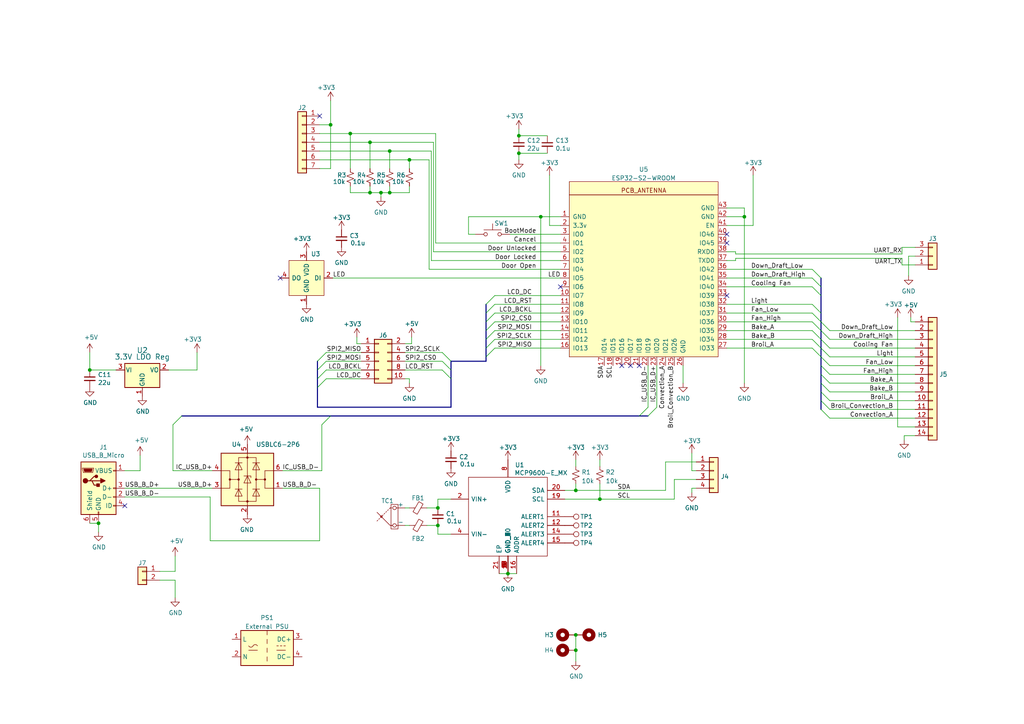
<source format=kicad_sch>
(kicad_sch (version 20211123) (generator eeschema)
  (paper "A4")
  (lib_symbols
    (symbol "Connector:TestPoint" (pin_numbers hide) (pin_names (offset 0.762) hide)
      (property "Reference" "TP" (at 0 6.858 0))
      (property "Value" "TestPoint" (at 0 5.08 0))
      (symbol "TestPoint_1_1"
        (pin passive line (at 0 0 90) (length 2.54) (name "1") (number "1"))
      )
    )
    (symbol "Connector:USB_B_Micro" (pin_names (offset 1.016))
      (property "Reference" "J" (at -5.08 11.43 0))
      (property "Value" "USB_B_Micro" (at -5.08 8.89 0))
      (symbol "USB_B_Micro_1_1"
        (pin power_out line (at 7.62 5.08 180) (length 2.54) (name "VBUS") (number "1"))
        (pin bidirectional line (at 7.62 -2.54 180) (length 2.54) (name "D-") (number "2"))
        (pin bidirectional line (at 7.62 0 180) (length 2.54) (name "D+") (number "3"))
        (pin passive line (at 7.62 -5.08 180) (length 2.54) (name "ID") (number "4"))
        (pin power_out line (at 0 -10.16 90) (length 2.54) (name "GND") (number "5"))
        (pin passive line (at -2.54 -10.16 90) (length 2.54) (name "Shield") (number "6"))
      )
    )
    (symbol "Connector_Generic:Conn_01x02" (pin_names (offset 1.016) hide)
      (property "Reference" "J" (at 0 2.54 0))
      (property "Value" "Conn_01x02" (at 0 -5.08 0))
      (symbol "Conn_01x02_1_1"
        (pin passive line (at -5.08 0 0) (length 3.81) (name "Pin_1") (number "1"))
        (pin passive line (at -5.08 -2.54 0) (length 3.81) (name "Pin_2") (number "2"))
      )
    )
    (symbol "Connector_Generic:Conn_01x03" (pin_names (offset 1.016) hide)
      (property "Reference" "J" (at 0 5.08 0))
      (property "Value" "Conn_01x03" (at 0 -5.08 0))
      (symbol "Conn_01x03_1_1"
        (pin passive line (at -5.08 2.54 0) (length 3.81) (name "Pin_1") (number "1"))
        (pin passive line (at -5.08 0 0) (length 3.81) (name "Pin_2") (number "2"))
        (pin passive line (at -5.08 -2.54 0) (length 3.81) (name "Pin_3") (number "3"))
      )
    )
    (symbol "Connector_Generic:Conn_01x04" (pin_names (offset 1.016) hide)
      (property "Reference" "J" (at 0 5.08 0))
      (property "Value" "Conn_01x04" (at 0 -7.62 0))
      (symbol "Conn_01x04_1_1"
        (pin passive line (at -5.08 2.54 0) (length 3.81) (name "Pin_1") (number "1"))
        (pin passive line (at -5.08 0 0) (length 3.81) (name "Pin_2") (number "2"))
        (pin passive line (at -5.08 -2.54 0) (length 3.81) (name "Pin_3") (number "3"))
        (pin passive line (at -5.08 -5.08 0) (length 3.81) (name "Pin_4") (number "4"))
      )
    )
    (symbol "Connector_Generic:Conn_01x07" (pin_names (offset 1.016) hide)
      (property "Reference" "J" (at 0 10.16 0))
      (property "Value" "Conn_01x07" (at 0 -10.16 0))
      (symbol "Conn_01x07_1_1"
        (pin passive line (at -5.08 7.62 0) (length 3.81) (name "Pin_1") (number "1"))
        (pin passive line (at -5.08 5.08 0) (length 3.81) (name "Pin_2") (number "2"))
        (pin passive line (at -5.08 2.54 0) (length 3.81) (name "Pin_3") (number "3"))
        (pin passive line (at -5.08 0 0) (length 3.81) (name "Pin_4") (number "4"))
        (pin passive line (at -5.08 -2.54 0) (length 3.81) (name "Pin_5") (number "5"))
        (pin passive line (at -5.08 -5.08 0) (length 3.81) (name "Pin_6") (number "6"))
        (pin passive line (at -5.08 -7.62 0) (length 3.81) (name "Pin_7") (number "7"))
      )
    )
    (symbol "Connector_Generic:Conn_01x14" (pin_names (offset 1.016) hide)
      (property "Reference" "J" (at 0 17.78 0))
      (property "Value" "Conn_01x14" (at 0 -20.32 0))
      (symbol "Conn_01x14_1_1"
        (pin passive line (at -5.08 15.24 0) (length 3.81) (name "Pin_1") (number "1"))
        (pin passive line (at -5.08 -7.62 0) (length 3.81) (name "Pin_10") (number "10"))
        (pin passive line (at -5.08 -10.16 0) (length 3.81) (name "Pin_11") (number "11"))
        (pin passive line (at -5.08 -12.7 0) (length 3.81) (name "Pin_12") (number "12"))
        (pin passive line (at -5.08 -15.24 0) (length 3.81) (name "Pin_13") (number "13"))
        (pin passive line (at -5.08 -17.78 0) (length 3.81) (name "Pin_14") (number "14"))
        (pin passive line (at -5.08 12.7 0) (length 3.81) (name "Pin_2") (number "2"))
        (pin passive line (at -5.08 10.16 0) (length 3.81) (name "Pin_3") (number "3"))
        (pin passive line (at -5.08 7.62 0) (length 3.81) (name "Pin_4") (number "4"))
        (pin passive line (at -5.08 5.08 0) (length 3.81) (name "Pin_5") (number "5"))
        (pin passive line (at -5.08 2.54 0) (length 3.81) (name "Pin_6") (number "6"))
        (pin passive line (at -5.08 0 0) (length 3.81) (name "Pin_7") (number "7"))
        (pin passive line (at -5.08 -2.54 0) (length 3.81) (name "Pin_8") (number "8"))
        (pin passive line (at -5.08 -5.08 0) (length 3.81) (name "Pin_9") (number "9"))
      )
    )
    (symbol "Connector_Generic:Conn_02x05_Odd_Even" (pin_names (offset 1.016) hide)
      (property "Reference" "J" (at 1.27 7.62 0))
      (property "Value" "Conn_02x05_Odd_Even" (at 1.27 -7.62 0))
      (symbol "Conn_02x05_Odd_Even_1_1"
        (pin passive line (at -5.08 5.08 0) (length 3.81) (name "Pin_1") (number "1"))
        (pin passive line (at 7.62 -5.08 180) (length 3.81) (name "Pin_10") (number "10"))
        (pin passive line (at 7.62 5.08 180) (length 3.81) (name "Pin_2") (number "2"))
        (pin passive line (at -5.08 2.54 0) (length 3.81) (name "Pin_3") (number "3"))
        (pin passive line (at 7.62 2.54 180) (length 3.81) (name "Pin_4") (number "4"))
        (pin passive line (at -5.08 0 0) (length 3.81) (name "Pin_5") (number "5"))
        (pin passive line (at 7.62 0 180) (length 3.81) (name "Pin_6") (number "6"))
        (pin passive line (at -5.08 -2.54 0) (length 3.81) (name "Pin_7") (number "7"))
        (pin passive line (at 7.62 -2.54 180) (length 3.81) (name "Pin_8") (number "8"))
        (pin passive line (at -5.08 -5.08 0) (length 3.81) (name "Pin_9") (number "9"))
      )
    )
    (symbol "Converter_ACDC:VTX-214-010-124"
      (property "Reference" "PS" (at 0 8.89 0))
      (property "Value" "VTX-214-010-124" (at 0 6.35 0))
      (symbol "VTX-214-010-124_1_1"
        (pin power_in line (at -10.16 2.54 0) (length 2.54) (name "L") (number "1"))
        (pin power_in line (at -10.16 -2.54 0) (length 2.54) (name "N") (number "2"))
        (pin power_out line (at 10.16 2.54 180) (length 2.54) (name "DC+") (number "3"))
        (pin power_out line (at 10.16 -2.54 180) (length 2.54) (name "DC-") (number "4"))
      )
    )
    (symbol "Device:C_Small" (pin_numbers hide) (pin_names (offset 0.254) hide)
      (property "Reference" "C" (at 0.254 1.778 0))
      (property "Value" "C_Small" (at 0.254 -2.032 0))
      (symbol "C_Small_1_1"
        (pin passive line (at 0 2.54 270) (length 2.032) (name "~") (number "1"))
        (pin passive line (at 0 -2.54 90) (length 2.032) (name "~") (number "2"))
      )
    )
    (symbol "Device:FerriteBead_Small" (pin_numbers hide) (pin_names (offset 0))
      (property "Reference" "FB" (at 1.905 1.27 0))
      (property "Value" "FerriteBead_Small" (at 1.905 -1.27 0))
      (symbol "FerriteBead_Small_1_1"
        (pin passive line (at 0 2.54 270) (length 1.27) (name "~") (number "1"))
        (pin passive line (at 0 -2.54 90) (length 1.27) (name "~") (number "2"))
      )
    )
    (symbol "Device:R_Small_US" (pin_numbers hide) (pin_names (offset 0.254) hide)
      (property "Reference" "R" (at 0.762 0.508 0))
      (property "Value" "R_Small_US" (at 0.762 -1.016 0))
      (symbol "R_Small_US_1_1"
        (pin passive line (at 0 2.54 270) (length 1.016) (name "~") (number "1"))
        (pin passive line (at 0 -2.54 90) (length 1.016) (name "~") (number "2"))
      )
    )
    (symbol "Device:Thermocouple_Block" (pin_numbers hide) (pin_names (offset 0))
      (property "Reference" "TC" (at -3.048 3.81 0))
      (property "Value" "Thermocouple_Block" (at -5.08 -4.064 0))
      (symbol "Thermocouple_Block_1_1"
        (pin passive line (at 5.08 2.54 180) (length 2.54) (name "+") (number "1"))
        (pin passive line (at 5.08 -2.54 180) (length 2.54) (name "-") (number "2"))
      )
    )
    (symbol "ESP32-S2-WROOM:ESP32-S2-WROOM" (pin_names (offset 1.016))
      (property "Reference" "U" (at 0 0 0))
      (property "Value" "ESP32-S2-WROOM" (at 0 27.94 0))
      (symbol "ESP32-S2-WROOM_0_0"
        (text "PCB_ANTENNA" (at -1.27 24.13 0) (effects (font (size 1.27 1.27))))
      )
      (symbol "ESP32-S2-WROOM_1_1"
        (pin power_in line (at -25.4 16.51 0) (length 2.4892) (name "GND") (number "1"))
        (pin bidirectional line (at -25.4 -6.35 0) (length 2.4892) (name "IO7") (number "10"))
        (pin bidirectional line (at -25.4 -8.89 0) (length 2.4892) (name "IO8") (number "11"))
        (pin bidirectional line (at -25.4 -11.43 0) (length 2.4892) (name "IO9") (number "12"))
        (pin bidirectional line (at -25.4 -13.97 0) (length 2.4892) (name "IO10") (number "13"))
        (pin bidirectional line (at -25.4 -16.51 0) (length 2.4892) (name "IO11") (number "14"))
        (pin bidirectional line (at -25.4 -19.05 0) (length 2.4892) (name "IO12") (number "15"))
        (pin bidirectional line (at -25.4 -21.59 0) (length 2.4892) (name "IO13") (number "16"))
        (pin bidirectional line (at -12.7 -26.67 90) (length 2.4892) (name "IO14") (number "17"))
        (pin bidirectional line (at -10.16 -26.67 90) (length 2.4892) (name "IO15") (number "18"))
        (pin bidirectional line (at -7.62 -26.67 90) (length 2.4892) (name "IO16") (number "19"))
        (pin power_in line (at -25.4 13.97 0) (length 2.4892) (name "3.3v") (number "2"))
        (pin bidirectional line (at -5.08 -26.67 90) (length 2.4892) (name "IO17") (number "20"))
        (pin bidirectional line (at -2.54 -26.67 90) (length 2.4892) (name "IO18") (number "21"))
        (pin bidirectional line (at 0 -26.67 90) (length 2.4892) (name "IO19") (number "22"))
        (pin bidirectional line (at 2.54 -26.67 90) (length 2.4892) (name "IO20") (number "23"))
        (pin bidirectional line (at 5.08 -26.67 90) (length 2.4892) (name "IO21") (number "24"))
        (pin bidirectional line (at 7.62 -26.67 90) (length 2.4892) (name "IO26") (number "25"))
        (pin power_in line (at 10.16 -26.67 90) (length 2.4892) (name "GND") (number "26"))
        (pin bidirectional line (at 22.86 -21.59 180) (length 2.4892) (name "IO33") (number "27"))
        (pin bidirectional line (at 22.86 -19.05 180) (length 2.4892) (name "IO34") (number "28"))
        (pin bidirectional line (at 22.86 -16.51 180) (length 2.4892) (name "IO35") (number "29"))
        (pin bidirectional line (at -25.4 11.43 0) (length 2.4892) (name "IO0") (number "3"))
        (pin bidirectional line (at 22.86 -13.97 180) (length 2.4892) (name "IO36") (number "30"))
        (pin bidirectional line (at 22.86 -11.43 180) (length 2.4892) (name "IO37") (number "31"))
        (pin bidirectional line (at 22.86 -8.89 180) (length 2.4892) (name "IO38") (number "32"))
        (pin bidirectional line (at 22.86 -6.35 180) (length 2.4892) (name "IO39") (number "33"))
        (pin bidirectional line (at 22.86 -3.81 180) (length 2.4892) (name "IO40") (number "34"))
        (pin bidirectional line (at 22.86 -1.27 180) (length 2.4892) (name "IO41") (number "35"))
        (pin bidirectional line (at 22.86 1.27 180) (length 2.4892) (name "IO42") (number "36"))
        (pin bidirectional line (at 22.86 3.81 180) (length 2.4892) (name "TXD0") (number "37"))
        (pin bidirectional line (at 22.86 6.35 180) (length 2.4892) (name "RXD0") (number "38"))
        (pin bidirectional line (at 22.86 8.89 180) (length 2.4892) (name "IO45") (number "39"))
        (pin bidirectional line (at -25.4 8.89 0) (length 2.4892) (name "IO1") (number "4"))
        (pin bidirectional line (at 22.86 11.43 180) (length 2.4892) (name "IO46") (number "40"))
        (pin bidirectional line (at 22.86 13.97 180) (length 2.4892) (name "EN") (number "41"))
        (pin power_in line (at 22.86 16.51 180) (length 2.4892) (name "GND") (number "42"))
        (pin power_in line (at 22.86 19.05 180) (length 2.4892) (name "GND") (number "43"))
        (pin bidirectional line (at -25.4 6.35 0) (length 2.4892) (name "IO2") (number "5"))
        (pin bidirectional line (at -25.4 3.81 0) (length 2.4892) (name "IO3") (number "6"))
        (pin bidirectional line (at -25.4 1.27 0) (length 2.4892) (name "IO4") (number "7"))
        (pin bidirectional line (at -25.4 -1.27 0) (length 2.4892) (name "IO5") (number "8"))
        (pin bidirectional line (at -25.4 -3.81 0) (length 2.4892) (name "IO6") (number "9"))
      )
    )
    (symbol "IN-PI33TBTPRPGPB:IN-PI33TBTPRPGPB" (pin_names (offset 0.762))
      (property "Reference" "LED" (at 5.08 7.62 0))
      (property "Value" "IN-PI33TBTPRPGPB" (at 5.08 5.08 0))
      (symbol "IN-PI33TBTPRPGPB_0_0"
        (pin passive line (at 0 -12.7 90) (length 2.54) (name "GND") (number "1"))
        (pin passive line (at 7.62 -5.08 180) (length 2.54) (name "DI") (number "2"))
        (pin passive line (at 0 2.54 270) (length 2.54) (name "VDD") (number "3"))
        (pin passive line (at -7.62 -5.08 0) (length 2.54) (name "DO") (number "4"))
      )
    )
    (symbol "MCP9600-E_MX:MCP9600-E_MX" (pin_names (offset 0.762))
      (property "Reference" "U" (at 1.27 -2.54 0))
      (property "Value" "MCP9600-E_MX" (at 12.7 1.27 0))
      (symbol "MCP9600-E_MX_0_0"
        (pin passive line (at 11.43 -27.94 90) (length 5.08) (name "GND_1") (number "1"))
        (pin passive line (at 11.43 -27.94 90) (length 5.08) (name "GND_7") (number "10"))
        (pin passive line (at 27.94 -11.43 180) (length 5.08) (name "ALERT1") (number "11"))
        (pin passive line (at 27.94 -13.97 180) (length 5.08) (name "ALERT2") (number "12"))
        (pin passive line (at 11.43 -27.94 90) (length 5.08) (name "GND_8") (number "13"))
        (pin passive line (at 27.94 -16.51 180) (length 5.08) (name "ALERT3") (number "14"))
        (pin passive line (at 27.94 -19.05 180) (length 5.08) (name "ALERT4") (number "15"))
        (pin passive line (at 13.97 -27.94 90) (length 5.08) (name "ADDR") (number "16"))
        (pin passive line (at 11.43 -27.94 90) (length 5.08) (name "GND_9") (number "17"))
        (pin passive line (at 11.43 -27.94 90) (length 5.08) (name "GND_10") (number "18"))
        (pin passive line (at 27.94 -6.35 180) (length 5.08) (name "SCL") (number "19"))
        (pin passive line (at -5.08 -6.35 0) (length 5.08) (name "VIN+") (number "2"))
        (pin passive line (at 27.94 -3.81 180) (length 5.08) (name "SDA") (number "20"))
        (pin passive line (at 8.89 -27.94 90) (length 5.08) (name "EP") (number "21"))
        (pin passive line (at 11.43 -27.94 90) (length 5.08) (name "GND_2") (number "3"))
        (pin passive line (at -5.08 -16.51 0) (length 5.08) (name "VIN-") (number "4"))
        (pin passive line (at 11.43 -27.94 90) (length 5.08) (name "GND_3") (number "5"))
        (pin passive line (at 11.43 -27.94 90) (length 5.08) (name "GND_4") (number "6"))
        (pin passive line (at 11.43 -27.94 90) (length 5.08) (name "GND_5") (number "7"))
        (pin passive line (at 11.43 5.08 270) (length 5.08) (name "VDD") (number "8"))
        (pin passive line (at 11.43 -27.94 90) (length 5.08) (name "GND_6") (number "9"))
      )
    )
    (symbol "Mechanical:MountingHole_Pad" (pin_numbers hide) (pin_names (offset 1.016) hide)
      (property "Reference" "H" (at 0 6.35 0))
      (property "Value" "MountingHole_Pad" (at 0 4.445 0))
      (symbol "MountingHole_Pad_1_1"
        (pin input line (at 0 -2.54 90) (length 2.54) (name "1") (number "1"))
      )
    )
    (symbol "Power_Protection:USBLC6-2P6" (pin_names hide)
      (property "Reference" "U" (at 2.54 8.89 0))
      (property "Value" "USBLC6-2P6" (at 2.54 -8.89 0))
      (symbol "USBLC6-2P6_1_1"
        (pin passive line (at -10.16 -2.54 0) (length 2.54) (name "I/O1") (number "1"))
        (pin passive line (at 0 -10.16 90) (length 2.54) (name "GND") (number "2"))
        (pin passive line (at 10.16 -2.54 180) (length 2.54) (name "I/O2") (number "3"))
        (pin passive line (at 10.16 2.54 180) (length 2.54) (name "I/O2") (number "4"))
        (pin passive line (at 0 10.16 270) (length 2.54) (name "VBUS") (number "5"))
        (pin passive line (at -10.16 2.54 0) (length 2.54) (name "I/O1") (number "6"))
      )
    )
    (symbol "Regulator_Linear:LM1117-3.3" (pin_names (offset 0.254))
      (property "Reference" "U" (at -3.81 3.175 0))
      (property "Value" "LM1117-3.3" (at 0 3.175 0))
      (symbol "LM1117-3.3_1_1"
        (pin power_in line (at 0 -7.62 90) (length 2.54) (name "GND") (number "1"))
        (pin power_out line (at 7.62 0 180) (length 2.54) (name "VO") (number "2"))
        (pin power_in line (at -7.62 0 0) (length 2.54) (name "VI") (number "3"))
      )
    )
    (symbol "Switch:SW_Push" (pin_numbers hide) (pin_names (offset 1.016) hide)
      (property "Reference" "SW" (at 1.27 2.54 0))
      (property "Value" "SW_Push" (at 0 -1.524 0))
      (symbol "SW_Push_0_1"
        (pin passive line (at -5.08 0 0) (length 2.54) (name "1") (number "1"))
        (pin passive line (at 5.08 0 180) (length 2.54) (name "2") (number "2"))
      )
    )
    (symbol "power:+3V3" (power) (pin_names (offset 0))
      (property "Value" "+3V3" (at 0 3.556 0))
      (symbol "+3V3_1_1"
        (pin power_in line (at 0 0 90) (length 0) hide (name "+3V3") (number "1"))
      )
    )
    (symbol "power:+5V" (power) (pin_names (offset 0))
      (property "Value" "+5V" (at 0 3.556 0))
      (symbol "+5V_1_1"
        (pin power_in line (at 0 0 90) (length 0) hide (name "+5V") (number "1"))
      )
    )
    (symbol "power:GND" (power) (pin_names (offset 0))
      (property "Value" "GND" (at 0 -3.81 0))
      (symbol "GND_1_1"
        (pin power_in line (at 0 0 270) (length 0) hide (name "GND") (number "1"))
      )
    )
  )
  (junction (at 118.745 46.355))
  (junction (at 167.005 184.15))
  (junction (at 28.575 151.765))
  (junction (at 167.005 188.595))
  (junction (at 101.6 38.735))
  (junction (at 127 147.32))
  (junction (at 113.03 43.815))
  (junction (at 150.495 44.45))
  (junction (at 215.9 62.865))
  (junction (at 167.005 142.24))
  (junction (at 95.885 36.195))
  (junction (at 127 152.4))
  (junction (at 156.845 62.865))
  (junction (at 110.49 55.88))
  (junction (at 26.035 107.315))
  (junction (at 107.315 55.88))
  (junction (at 173.99 144.78))
  (junction (at 150.495 39.37))
  (junction (at 107.315 41.275))
  (junction (at 113.03 55.88))
  (junction (at 147.32 166.37))
  (no_connect (at 182.88 106.045))
  (no_connect (at 162.56 83.185))
  (no_connect (at 185.42 106.045))
  (no_connect (at 92.71 33.655))
  (no_connect (at 36.195 146.685))
  (no_connect (at 210.82 85.725))
  (no_connect (at 180.34 106.045))
  (no_connect (at 210.82 67.945))
  (no_connect (at 81.28 80.645))
  (no_connect (at 210.82 70.485))
  (bus_entry (at 235.585 80.645) (size 2.54 2.54))
  (bus_entry (at 140.97 98.425) (size 2.54 -2.54))
  (bus_entry (at 235.585 90.805) (size 2.54 2.54))
  (bus_entry (at 140.97 88.265) (size 2.54 -2.54))
  (bus_entry (at 238.125 108.585) (size 2.54 2.54))
  (bus_entry (at 140.97 100.965) (size 2.54 -2.54))
  (bus_entry (at 140.97 93.345) (size 2.54 -2.54))
  (bus_entry (at 238.125 106.045) (size 2.54 2.54))
  (bus_entry (at 238.125 93.345) (size 2.54 2.54))
  (bus_entry (at 92.075 104.775) (size 2.54 -2.54))
  (bus_entry (at 238.125 116.205) (size 2.54 2.54))
  (bus_entry (at 235.585 88.265) (size 2.54 2.54))
  (bus_entry (at 187.96 118.11) (size -2.54 2.54))
  (bus_entry (at 130.81 104.775) (size -2.54 -2.54))
  (bus_entry (at 235.585 78.105) (size 2.54 2.54))
  (bus_entry (at 238.125 100.965) (size 2.54 2.54))
  (bus_entry (at 95.885 120.65) (size -2.54 2.54))
  (bus_entry (at 140.97 90.805) (size 2.54 -2.54))
  (bus_entry (at 238.125 103.505) (size 2.54 2.54))
  (bus_entry (at 238.125 95.885) (size 2.54 2.54))
  (bus_entry (at 235.585 95.885) (size 2.54 2.54))
  (bus_entry (at 235.585 100.965) (size 2.54 2.54))
  (bus_entry (at 235.585 83.185) (size 2.54 2.54))
  (bus_entry (at 238.125 111.125) (size 2.54 2.54))
  (bus_entry (at 130.81 107.315) (size -2.54 -2.54))
  (bus_entry (at 92.075 109.855) (size 2.54 -2.54))
  (bus_entry (at 238.125 118.745) (size 2.54 2.54))
  (bus_entry (at 140.97 103.505) (size 2.54 -2.54))
  (bus_entry (at 130.81 109.855) (size -2.54 -2.54))
  (bus_entry (at 235.585 93.345) (size 2.54 2.54))
  (bus_entry (at 92.075 107.315) (size 2.54 -2.54))
  (bus_entry (at 238.125 113.665) (size 2.54 2.54))
  (bus_entry (at 238.125 98.425) (size 2.54 2.54))
  (bus_entry (at 190.5 118.11) (size -2.54 2.54))
  (bus_entry (at 52.705 120.65) (size -2.54 2.54))
  (bus_entry (at 235.585 98.425) (size 2.54 2.54))
  (bus_entry (at 92.075 112.395) (size 2.54 -2.54))
  (bus_entry (at 140.97 95.885) (size 2.54 -2.54))
  (wire (pts (xy 264.16 92.075) (xy 264.16 93.345)))
  (wire (pts (xy 213.36 74.93) (xy 213.36 75.565)))
  (wire (pts (xy 163.83 144.78) (xy 173.99 144.78)))
  (wire (pts (xy 200.66 142.875) (xy 200.66 141.605)))
  (bus (pts (xy 238.125 116.205) (xy 238.125 118.745)))
  (wire (pts (xy 124.46 78.105) (xy 124.46 46.355)))
  (wire (pts (xy 127 154.94) (xy 127 152.4)))
  (wire (pts (xy 156.845 62.865) (xy 162.56 62.865)))
  (wire (pts (xy 130.81 154.94) (xy 127 154.94)))
  (wire (pts (xy 143.51 93.345) (xy 162.56 93.345)))
  (bus (pts (xy 92.075 109.855) (xy 92.075 112.395)))
  (wire (pts (xy 265.43 111.125) (xy 240.665 111.125)))
  (wire (pts (xy 193.04 133.985) (xy 193.04 142.24)))
  (bus (pts (xy 140.97 98.425) (xy 140.97 100.965)))
  (wire (pts (xy 263.525 74.295) (xy 265.43 74.295)))
  (wire (pts (xy 117.475 152.4) (xy 118.745 152.4)))
  (wire (pts (xy 143.51 85.725) (xy 162.56 85.725)))
  (wire (pts (xy 92.71 36.195) (xy 95.885 36.195)))
  (wire (pts (xy 92.71 141.605) (xy 81.915 141.605)))
  (wire (pts (xy 110.49 57.15) (xy 110.49 55.88)))
  (wire (pts (xy 61.595 136.525) (xy 50.165 136.525)))
  (wire (pts (xy 193.04 133.985) (xy 201.93 133.985)))
  (wire (pts (xy 124.46 78.105) (xy 162.56 78.105)))
  (wire (pts (xy 162.56 65.405) (xy 159.385 65.405)))
  (wire (pts (xy 50.8 165.735) (xy 46.355 165.735)))
  (bus (pts (xy 238.125 95.885) (xy 238.125 98.425)))
  (wire (pts (xy 118.745 46.355) (xy 124.46 46.355)))
  (wire (pts (xy 60.96 156.845) (xy 92.71 156.845)))
  (wire (pts (xy 260.35 123.825) (xy 260.35 92.075)))
  (wire (pts (xy 147.32 166.37) (xy 149.86 166.37)))
  (bus (pts (xy 140.97 93.345) (xy 140.97 95.885)))
  (wire (pts (xy 110.49 55.88) (xy 107.315 55.88)))
  (wire (pts (xy 195.58 139.065) (xy 195.58 144.78)))
  (wire (pts (xy 210.82 88.265) (xy 235.585 88.265)))
  (wire (pts (xy 150.495 44.45) (xy 150.495 46.355)))
  (bus (pts (xy 140.97 100.965) (xy 140.97 103.505)))
  (wire (pts (xy 117.475 104.775) (xy 128.27 104.775)))
  (wire (pts (xy 107.315 41.275) (xy 107.315 48.895)))
  (wire (pts (xy 210.82 62.865) (xy 215.9 62.865)))
  (wire (pts (xy 210.82 83.185) (xy 235.585 83.185)))
  (wire (pts (xy 265.43 98.425) (xy 240.665 98.425)))
  (wire (pts (xy 125.095 75.565) (xy 125.095 43.815)))
  (wire (pts (xy 92.71 156.845) (xy 92.71 141.605)))
  (wire (pts (xy 210.82 65.405) (xy 218.44 65.405)))
  (wire (pts (xy 200.66 141.605) (xy 201.93 141.605)))
  (bus (pts (xy 238.125 111.125) (xy 238.125 113.665)))
  (wire (pts (xy 130.81 144.78) (xy 127 144.78)))
  (wire (pts (xy 26.035 151.765) (xy 28.575 151.765)))
  (wire (pts (xy 210.82 90.805) (xy 235.585 90.805)))
  (wire (pts (xy 101.6 55.88) (xy 101.6 53.975)))
  (bus (pts (xy 238.125 108.585) (xy 238.125 111.125)))
  (wire (pts (xy 94.615 104.775) (xy 104.775 104.775)))
  (bus (pts (xy 238.125 98.425) (xy 238.125 100.965)))
  (bus (pts (xy 140.97 90.805) (xy 140.97 93.345)))
  (wire (pts (xy 213.36 73.66) (xy 261.62 73.66)))
  (wire (pts (xy 143.51 98.425) (xy 162.56 98.425)))
  (wire (pts (xy 150.495 39.37) (xy 158.75 39.37)))
  (wire (pts (xy 36.195 144.145) (xy 60.96 144.145)))
  (wire (pts (xy 113.03 43.815) (xy 92.71 43.815)))
  (wire (pts (xy 96.52 80.645) (xy 162.56 80.645)))
  (wire (pts (xy 125.095 43.815) (xy 113.03 43.815)))
  (bus (pts (xy 238.125 90.805) (xy 238.125 93.345)))
  (wire (pts (xy 265.43 95.885) (xy 240.665 95.885)))
  (wire (pts (xy 210.82 60.325) (xy 215.9 60.325)))
  (wire (pts (xy 150.495 37.465) (xy 150.495 39.37)))
  (wire (pts (xy 50.8 161.29) (xy 50.8 165.735)))
  (bus (pts (xy 92.075 118.11) (xy 130.81 118.11)))
  (wire (pts (xy 117.475 147.32) (xy 118.745 147.32)))
  (wire (pts (xy 265.43 106.045) (xy 240.665 106.045)))
  (wire (pts (xy 263.525 80.01) (xy 263.525 74.295)))
  (bus (pts (xy 238.125 100.965) (xy 238.125 103.505)))
  (bus (pts (xy 238.125 83.185) (xy 238.125 85.725)))
  (wire (pts (xy 173.99 140.335) (xy 173.99 144.78)))
  (wire (pts (xy 143.51 90.805) (xy 162.56 90.805)))
  (wire (pts (xy 40.64 136.525) (xy 36.195 136.525)))
  (wire (pts (xy 118.745 46.355) (xy 118.745 48.895)))
  (bus (pts (xy 140.97 95.885) (xy 140.97 98.425)))
  (wire (pts (xy 163.83 142.24) (xy 167.005 142.24)))
  (wire (pts (xy 118.745 111.125) (xy 118.745 109.855)))
  (bus (pts (xy 238.125 113.665) (xy 238.125 116.205)))
  (wire (pts (xy 113.03 55.88) (xy 118.745 55.88)))
  (wire (pts (xy 118.745 55.88) (xy 118.745 53.975)))
  (wire (pts (xy 167.005 140.335) (xy 167.005 142.24)))
  (wire (pts (xy 265.43 121.285) (xy 240.665 121.285)))
  (wire (pts (xy 126.365 38.735) (xy 101.6 38.735)))
  (wire (pts (xy 210.82 93.345) (xy 235.585 93.345)))
  (wire (pts (xy 119.38 99.695) (xy 117.475 99.695)))
  (wire (pts (xy 135.89 67.945) (xy 135.89 62.865)))
  (wire (pts (xy 200.66 136.525) (xy 200.66 131.445)))
  (wire (pts (xy 95.885 48.895) (xy 92.71 48.895)))
  (wire (pts (xy 118.745 109.855) (xy 117.475 109.855)))
  (wire (pts (xy 93.345 136.525) (xy 93.345 123.19)))
  (wire (pts (xy 213.36 75.565) (xy 210.82 75.565)))
  (wire (pts (xy 94.615 107.315) (xy 104.775 107.315)))
  (wire (pts (xy 101.6 55.88) (xy 107.315 55.88)))
  (bus (pts (xy 238.125 93.345) (xy 238.125 95.885)))
  (wire (pts (xy 110.49 55.88) (xy 113.03 55.88)))
  (wire (pts (xy 94.615 102.235) (xy 104.775 102.235)))
  (wire (pts (xy 167.005 142.24) (xy 193.04 142.24)))
  (wire (pts (xy 240.665 100.965) (xy 265.43 100.965)))
  (wire (pts (xy 167.005 184.15) (xy 167.005 188.595)))
  (wire (pts (xy 265.43 103.505) (xy 240.665 103.505)))
  (wire (pts (xy 119.38 97.79) (xy 119.38 99.695)))
  (wire (pts (xy 50.8 168.275) (xy 50.8 173.355)))
  (wire (pts (xy 261.62 76.835) (xy 261.62 74.93)))
  (wire (pts (xy 126.365 70.485) (xy 162.56 70.485)))
  (wire (pts (xy 144.78 166.37) (xy 147.32 166.37)))
  (wire (pts (xy 95.885 36.195) (xy 95.885 48.895)))
  (wire (pts (xy 123.825 147.32) (xy 127 147.32)))
  (wire (pts (xy 210.82 95.885) (xy 235.585 95.885)))
  (wire (pts (xy 143.51 88.265) (xy 162.56 88.265)))
  (wire (pts (xy 262.255 127.635) (xy 262.255 126.365)))
  (wire (pts (xy 126.365 70.485) (xy 126.365 38.735)))
  (wire (pts (xy 48.895 107.315) (xy 57.15 107.315)))
  (wire (pts (xy 103.505 99.695) (xy 103.505 97.79)))
  (bus (pts (xy 92.075 104.775) (xy 92.075 107.315)))
  (wire (pts (xy 265.43 118.745) (xy 240.665 118.745)))
  (bus (pts (xy 52.705 120.65) (xy 95.885 120.65)))
  (wire (pts (xy 95.885 29.21) (xy 95.885 36.195)))
  (wire (pts (xy 159.385 50.8) (xy 159.385 65.405)))
  (wire (pts (xy 265.43 123.825) (xy 260.35 123.825)))
  (bus (pts (xy 238.125 80.645) (xy 238.125 83.185)))
  (bus (pts (xy 92.075 112.395) (xy 92.075 118.11)))
  (bus (pts (xy 238.125 103.505) (xy 238.125 106.045)))
  (wire (pts (xy 107.315 55.88) (xy 107.315 53.975)))
  (wire (pts (xy 173.99 144.78) (xy 195.58 144.78)))
  (wire (pts (xy 117.475 102.235) (xy 128.27 102.235)))
  (wire (pts (xy 104.775 99.695) (xy 103.505 99.695)))
  (wire (pts (xy 215.9 60.325) (xy 215.9 62.865)))
  (wire (pts (xy 156.845 62.865) (xy 156.845 106.045)))
  (wire (pts (xy 201.93 136.525) (xy 200.66 136.525)))
  (wire (pts (xy 190.5 106.045) (xy 190.5 118.11)))
  (wire (pts (xy 143.51 100.965) (xy 162.56 100.965)))
  (wire (pts (xy 94.615 109.855) (xy 104.775 109.855)))
  (wire (pts (xy 127 144.78) (xy 127 147.32)))
  (bus (pts (xy 140.97 103.505) (xy 140.97 104.775)))
  (wire (pts (xy 147.955 67.945) (xy 162.56 67.945)))
  (wire (pts (xy 210.82 80.645) (xy 235.585 80.645)))
  (wire (pts (xy 113.03 43.815) (xy 113.03 48.895)))
  (wire (pts (xy 135.89 62.865) (xy 156.845 62.865)))
  (wire (pts (xy 113.03 55.88) (xy 113.03 53.975)))
  (bus (pts (xy 92.075 107.315) (xy 92.075 109.855)))
  (wire (pts (xy 265.43 76.835) (xy 261.62 76.835)))
  (bus (pts (xy 130.81 104.775) (xy 140.97 104.775)))
  (wire (pts (xy 262.255 126.365) (xy 265.43 126.365)))
  (wire (pts (xy 173.99 133.35) (xy 173.99 135.255)))
  (bus (pts (xy 187.96 120.65) (xy 185.42 120.65)))
  (bus (pts (xy 130.81 104.775) (xy 130.81 107.315)))
  (wire (pts (xy 125.73 73.025) (xy 125.73 41.275)))
  (wire (pts (xy 92.71 46.355) (xy 118.745 46.355)))
  (wire (pts (xy 28.575 151.765) (xy 28.575 154.305)))
  (wire (pts (xy 265.43 71.755) (xy 261.62 71.755)))
  (wire (pts (xy 101.6 38.735) (xy 101.6 48.895)))
  (wire (pts (xy 143.51 95.885) (xy 162.56 95.885)))
  (bus (pts (xy 130.81 107.315) (xy 130.81 109.855)))
  (wire (pts (xy 218.44 50.8) (xy 218.44 65.405)))
  (wire (pts (xy 57.15 102.235) (xy 57.15 107.315)))
  (wire (pts (xy 107.315 41.275) (xy 92.71 41.275)))
  (wire (pts (xy 210.82 100.965) (xy 235.585 100.965)))
  (wire (pts (xy 36.195 141.605) (xy 61.595 141.605)))
  (wire (pts (xy 125.73 41.275) (xy 107.315 41.275)))
  (wire (pts (xy 264.16 93.345) (xy 265.43 93.345)))
  (wire (pts (xy 125.73 73.025) (xy 162.56 73.025)))
  (wire (pts (xy 167.005 133.35) (xy 167.005 135.255)))
  (wire (pts (xy 125.095 75.565) (xy 162.56 75.565)))
  (wire (pts (xy 210.82 73.025) (xy 213.36 73.025)))
  (wire (pts (xy 210.82 78.105) (xy 235.585 78.105)))
  (wire (pts (xy 60.96 144.145) (xy 60.96 156.845)))
  (wire (pts (xy 26.035 107.315) (xy 26.035 102.235)))
  (wire (pts (xy 117.475 107.315) (xy 128.27 107.315)))
  (wire (pts (xy 210.82 98.425) (xy 235.585 98.425)))
  (wire (pts (xy 195.58 139.065) (xy 201.93 139.065)))
  (bus (pts (xy 238.125 106.045) (xy 238.125 108.585)))
  (wire (pts (xy 265.43 116.205) (xy 240.665 116.205)))
  (wire (pts (xy 167.005 188.595) (xy 167.005 191.77)))
  (wire (pts (xy 46.355 168.275) (xy 50.8 168.275)))
  (wire (pts (xy 215.9 62.865) (xy 215.9 111.125)))
  (wire (pts (xy 265.43 108.585) (xy 240.665 108.585)))
  (wire (pts (xy 40.64 132.08) (xy 40.64 136.525)))
  (wire (pts (xy 198.12 106.045) (xy 198.12 111.125)))
  (wire (pts (xy 135.89 67.945) (xy 137.795 67.945)))
  (wire (pts (xy 50.165 136.525) (xy 50.165 123.19)))
  (bus (pts (xy 130.81 109.855) (xy 130.81 118.11)))
  (wire (pts (xy 81.915 136.525) (xy 93.345 136.525)))
  (bus (pts (xy 238.125 85.725) (xy 238.125 90.805)))
  (bus (pts (xy 95.885 120.65) (xy 185.42 120.65)))
  (wire (pts (xy 213.36 73.025) (xy 213.36 73.66)))
  (wire (pts (xy 187.96 106.045) (xy 187.96 118.11)))
  (wire (pts (xy 101.6 38.735) (xy 92.71 38.735)))
  (wire (pts (xy 261.62 71.755) (xy 261.62 73.66)))
  (wire (pts (xy 158.75 44.45) (xy 150.495 44.45)))
  (bus (pts (xy 140.97 88.265) (xy 140.97 90.805)))
  (wire (pts (xy 213.36 74.93) (xy 261.62 74.93)))
  (wire (pts (xy 123.825 152.4) (xy 127 152.4)))
  (wire (pts (xy 33.655 107.315) (xy 26.035 107.315)))
  (wire (pts (xy 265.43 113.665) (xy 240.665 113.665)))
  (label "Convection_A" (at 259.08 121.285 180))
  (label "SPI2_CS0" (at 154.305 93.345 180))
  (label "USB_B_D-" (at 81.915 141.605 0))
  (label "SPI2_MISO" (at 104.775 102.235 180))
  (label "Door Locked" (at 155.575 75.565 180))
  (label "SPI2_MOSI" (at 104.775 104.775 180))
  (label "LCD_DC" (at 104.775 109.855 180))
  (label "UART_TX" (at 261.62 76.835 180))
  (label "LCD_RST" (at 154.305 88.265 180))
  (label "LED" (at 162.56 80.645 180))
  (label "LCD_RST" (at 117.475 107.315 0))
  (label "USB_B_D-" (at 36.195 144.145 0))
  (label "SPI2_MISO" (at 154.305 100.965 180))
  (label "Door Open" (at 155.575 78.105 180))
  (label "Cancel" (at 155.575 70.485 180))
  (label "Down_Draft_High" (at 217.805 80.645 0))
  (label "IC_USB_D+" (at 190.5 106.045 270))
  (label "Broil_A" (at 217.805 100.965 0))
  (label "Broil_A" (at 259.08 116.205 180))
  (label "Light" (at 259.08 103.505 180))
  (label "Fan_Low" (at 259.08 106.045 180))
  (label "LCD_BCKL" (at 104.775 107.315 180))
  (label "SPI2_SCLK" (at 154.305 98.425 180))
  (label "Bake_A" (at 259.08 111.125 180))
  (label "Cooling Fan" (at 217.805 83.185 0))
  (label "SPI2_CS0" (at 117.475 104.775 0))
  (label "Down_Draft_High" (at 259.08 98.425 180))
  (label "USB_B_D+" (at 36.195 141.605 0))
  (label "IC_USB_D+" (at 61.595 136.525 180))
  (label "Bake_A" (at 217.805 95.885 0))
  (label "SPI2_SCLK" (at 117.475 102.235 0))
  (label "LCD_DC" (at 154.305 85.725 180))
  (label "LED" (at 96.52 80.645 0))
  (label "SDA" (at 175.26 106.045 270))
  (label "IC_USB_D-" (at 81.915 136.525 0))
  (label "SCL" (at 179.07 144.78 0))
  (label "Convection_A" (at 193.04 106.045 270))
  (label "Bake_B" (at 217.805 98.425 0))
  (label "Broil_Convection_B" (at 195.58 106.045 270))
  (label "Light" (at 217.805 88.265 0))
  (label "Down_Draft_Low" (at 259.08 95.885 180))
  (label "Broil_Convection_B" (at 259.08 118.745 180))
  (label "Bake_B" (at 259.08 113.665 180))
  (label "IC_USB_D-" (at 187.96 106.045 270))
  (label "Down_Draft_Low" (at 217.805 78.105 0))
  (label "BootMode" (at 155.575 67.945 180))
  (label "Fan_High" (at 217.805 93.345 0))
  (label "Cooling Fan" (at 259.08 100.965 180))
  (label "SCL" (at 177.8 106.045 270))
  (label "SDA" (at 179.07 142.24 0))
  (label "SPI2_MOSI" (at 154.305 95.885 180))
  (label "Fan_High" (at 259.08 108.585 180))
  (label "LCD_BCKL" (at 154.305 90.805 180))
  (label "UART_RX" (at 261.62 73.66 180))
  (label "USB_B_D+" (at 61.595 141.605 180))
  (label "Fan_Low" (at 217.805 90.805 0))
  (label "Door Unlocked" (at 155.575 73.025 180))
  (symbol (lib_id "power:GND") (at 263.525 80.01 0) (unit 1)
    (property "Reference" "#PWR022" (effects hide))
    (property "Value" "GND" (at 263.525 84.4534 0))
  )
  (symbol (lib_id "power:GND") (at 99.06 71.755 0) (unit 1)
    (property "Reference" "#PWR011" (effects hide))
    (property "Value" "GND" (at 99.06 76.1984 0))
  )
  (symbol (lib_id "Device:R_Small_US") (at 118.745 51.435 0) (unit 1)
    (property "Reference" "R6" (at 114.935 50.8 0) (effects (justify left)))
    (property "Value" "10k" (at 113.665 52.705 0) (effects (justify left)))
    (property "Footprint" "Resistor_SMD:R_0603_1608Metric" (effects hide))
  )
  (symbol (lib_id "Switch:SW_Push") (at 142.875 67.945 0) (unit 1)
    (property "Reference" "SW1" (at 145.415 64.77 0))
    (property "Value" "SW_Push" (effects hide))
    (property "Footprint" "Button_Switch_THT:SW_PUSH_6mm_H4.3mm" (effects hide))
  )
  (symbol (lib_id "Connector_Generic:Conn_01x03") (at 270.51 74.295 0) (mirror x) (unit 1)
    (property "Reference" "J3" (at 270.51 69.215 0))
    (property "Value" "Conn_01x03" (effects hide))
    (property "Footprint" "Connector_PinHeader_2.54mm:PinHeader_1x03_P2.54mm_Vertical" (effects hide))
    (property "Notes" "DNP" (effects hide))
  )
  (symbol (lib_id "power:GND") (at 26.035 112.395 0) (unit 1)
    (property "Reference" "#PWR044" (effects hide))
    (property "Value" "GND" (at 26.162 116.7892 0))
  )
  (symbol (lib_id "Connector:USB_B_Micro") (at 28.575 141.605 0) (unit 1)
    (property "Reference" "J1" (at 30.0228 129.7432 0))
    (property "Value" "USB_B_Micro" (at 30.0228 132.0546 0))
    (property "Footprint" "Connector_USB:USB_Micro-B_Wuerth_629105150521" (effects hide))
    (property "Datasheet" "https://katalog.we-online.de/em/datasheet/629105150521.pdf" (effects hide))
    (property "Part Number Digikey" "732-5960-1-ND" (effects hide))
    (property "Part Number Mouser" "710-629105150521" (effects hide))
    (property "Part Number Manufacturer" "629105150521" (effects hide))
    (property "Manufacturer" "Würth Elektronik" (effects hide))
  )
  (symbol (lib_id "power:+3V3") (at 260.35 92.075 0) (unit 1)
    (property "Reference" "#PWR024" (effects hide))
    (property "Value" "+3V3" (at 259.08 88.265 0))
  )
  (symbol (lib_id "Device:C_Small") (at 99.06 69.215 0) (unit 1)
    (property "Reference" "C3" (at 101.3841 68.3866 0) (effects (justify left)))
    (property "Value" "0.1u" (at 101.6 70.485 0) (effects (justify left)))
    (property "Footprint" "Capacitor_SMD:C_0603_1608Metric" (effects hide))
    (property "Datasheet" "http://www.samsungsem.com/kr/support/product-search/mlcc/CL10B104KA8NNNC.jsp" (effects hide))
    (property "Manufacturer" "Samsung Electro-Mechanics" (effects hide))
    (property "Part Number Digikey" "1276-1006-1-ND" (effects hide))
    (property "Part Number Manufacturer" "CL10B104KA8NNNC" (effects hide))
  )
  (symbol (lib_id "Connector:TestPoint") (at 163.83 157.48 270) (unit 1)
    (property "Reference" "TP4" (at 168.275 157.48 90) (effects (justify left)))
    (property "Value" "TestPoint" (effects hide))
    (property "Footprint" "TestPoint:TestPoint_Pad_D1.0mm" (effects hide))
  )
  (symbol (lib_id "Connector:TestPoint") (at 163.83 149.86 270) (unit 1)
    (property "Reference" "TP1" (at 168.275 149.86 90) (effects (justify left)))
    (property "Value" "TestPoint" (effects hide))
    (property "Footprint" "TestPoint:TestPoint_Pad_D1.0mm" (effects hide))
  )
  (symbol (lib_id "power:GND") (at 110.49 57.15 0) (unit 1)
    (property "Reference" "#PWR027" (effects hide))
    (property "Value" "GND" (at 110.49 61.595 0))
  )
  (symbol (lib_id "power:GND") (at 215.9 111.125 0) (unit 1)
    (property "Reference" "#PWR020" (effects hide))
    (property "Value" "GND" (at 215.9 115.5684 0))
  )
  (symbol (lib_id "Device:R_Small_US") (at 167.005 137.795 0) (unit 1)
    (property "Reference" "R1" (at 168.656 136.9603 0) (effects (justify left)))
    (property "Value" "10k" (at 168.656 139.4972 0) (effects (justify left)))
    (property "Footprint" "Resistor_SMD:R_0603_1608Metric" (effects hide))
  )
  (symbol (lib_id "power:+5V") (at 50.8 161.29 0) (unit 1)
    (property "Reference" "#PWR028" (effects hide))
    (property "Value" "+5V" (at 51.181 156.8958 0))
  )
  (symbol (lib_id "power:GND") (at 28.575 154.305 0) (unit 1)
    (property "Reference" "#PWR02" (effects hide))
    (property "Value" "GND" (at 28.702 158.6992 0))
  )
  (symbol (lib_id "power:GND") (at 156.845 106.045 0) (unit 1)
    (property "Reference" "#PWR031" (effects hide))
    (property "Value" "GND" (at 156.845 110.4884 0))
  )
  (symbol (lib_id "power:GND") (at 198.12 111.125 0) (unit 1)
    (property "Reference" "#PWR019" (effects hide))
    (property "Value" "GND" (at 198.12 115.5684 0))
  )
  (symbol (lib_id "Connector_Generic:Conn_02x05_Odd_Even") (at 109.855 104.775 0) (unit 1)
    (property "Reference" "J6" (at 111.125 97.2622 0))
    (property "Value" "Conn_02x05_Counter_Clockwise" (effects hide))
    (property "Footprint" "Connector_PinSocket_2.54mm:PinSocket_2x05_P2.54mm_Vertical" (effects hide))
    (property "Notes" "DNP" (effects hide))
  )
  (symbol (lib_id "Device:Thermocouple_Block") (at 112.395 149.86 0) (unit 1)
    (property "Reference" "TC1" (at 112.395 145.2682 0))
    (property "Value" "Thermocouple_Block" (effects hide))
    (property "Footprint" "lib:IM-J-PCB" (effects hide))
  )
  (symbol (lib_id "Regulator_Linear:LM1117-3.3") (at 41.275 107.315 0) (unit 1)
    (property "Reference" "U2" (at 41.275 101.6 0) (effects (font (size 1.524 1.524))))
    (property "Value" "3.3V LDO Reg" (at 41.275 103.505 0) (effects (font (size 1.524 1.524))))
    (property "Footprint" "Package_TO_SOT_SMD:TO-252-2" (effects hide))
    (property "Datasheet" "https://www.diodes.com/assets/Datasheets/AZ1084C.pdf" (effects hide))
    (property "Manufacturer" "Diodes Incorporated" (effects hide))
    (property "Part Number Manufacturer" "AZ1084CD-3.3TRG1" (effects hide))
    (property "Part Number Digikey" "AZ1084CD-3.3TRG1DICT-ND" (effects hide))
    (property "Part Number Mouser" "621-AZ1084CD-3.3TRG1" (effects hide))
  )
  (symbol (lib_id "Device:R_Small_US") (at 101.6 51.435 0) (unit 1)
    (property "Reference" "R3" (at 97.79 50.8 0) (effects (justify left)))
    (property "Value" "10k" (at 96.52 52.705 0) (effects (justify left)))
    (property "Footprint" "Resistor_SMD:R_0603_1608Metric" (effects hide))
  )
  (symbol (lib_id "Connector_Generic:Conn_01x07") (at 87.63 41.275 0) (mirror y) (unit 1)
    (property "Reference" "J2" (at 87.63 31.2222 0))
    (property "Value" "Conn_01x07" (effects hide))
    (property "Footprint" "Connector_TE-Connectivity:TE_826576-7_1x07_P3.96mm_Vertical" (effects hide))
    (property "Datasheet" "https://www.te.com/commerce/DocumentDelivery/DDEController?Action=srchrtrv&DocNm=1123723&DocType=Customer+Drawing&DocLang=English" (effects hide))
    (property "Part Number Digikey" "A117656-ND" (effects hide))
    (property "Part Number Manufacturer" "5-1123723-7" (effects hide))
    (property "Manufacturer" "TE Connectivity AMP Connectors" (effects hide))
  )
  (symbol (lib_id "Device:C_Small") (at 158.75 41.91 0) (unit 1)
    (property "Reference" "C13" (at 161.0868 40.7416 0) (effects (justify left)))
    (property "Value" "0.1u" (at 161.0868 43.053 0) (effects (justify left)))
    (property "Footprint" "Capacitor_SMD:C_0603_1608Metric" (effects hide))
    (property "Datasheet" "http://www.samsungsem.com/kr/support/product-search/mlcc/CL10B104KA8NNNC.jsp" (effects hide))
    (property "Manufacturer" "Samsung Electro-Mechanics" (effects hide))
    (property "Part Number Digikey" "1276-1006-1-ND" (effects hide))
    (property "Part Number Manufacturer" "CL10B104KA8NNNC" (effects hide))
    (property "Part Number Mouser" "187-CL10B104KA8NNNC" (effects hide))
  )
  (symbol (lib_id "Device:C_Small") (at 150.495 41.91 0) (unit 1)
    (property "Reference" "C12" (at 152.8318 40.7416 0) (effects (justify left)))
    (property "Value" "22u" (at 152.8318 43.053 0) (effects (justify left)))
    (property "Footprint" "Capacitor_SMD:C_0603_1608Metric" (effects hide))
    (property "Datasheet" "https://media.digikey.com/pdf/Data%20Sheets/Samsung%20PDFs/CL10A226MP8NUNC_Spec.pdf" (effects hide))
    (property "Manufacturer" "Samsung Electro-Mechanics" (effects hide))
    (property "Part Number Digikey" "1276-1274-1-ND" (effects hide))
    (property "Part Number Manufacturer" "CL10A226MP8NUNE" (effects hide))
    (property "Part Number Mouser" "187-CL10A226MPCNUBE" (effects hide))
  )
  (symbol (lib_id "power:+3V3") (at 159.385 50.8 0) (unit 1)
    (property "Reference" "#PWR016" (effects hide))
    (property "Value" "+3V3" (at 159.385 47.2242 0))
  )
  (symbol (lib_id "power:GND") (at 262.255 127.635 0) (unit 1)
    (property "Reference" "#PWR025" (effects hide))
    (property "Value" "GND" (at 262.255 132.0784 0))
  )
  (symbol (lib_id "power:GND") (at 200.66 142.875 0) (unit 1)
    (property "Reference" "#PWR023" (effects hide))
    (property "Value" "GND" (at 200.66 147.3184 0))
  )
  (symbol (lib_id "power:GND") (at 118.745 111.125 0) (unit 1)
    (property "Reference" "#PWR0104" (effects hide))
    (property "Value" "GND" (at 118.745 115.5684 0))
  )
  (symbol (lib_id "power:+5V") (at 264.16 92.075 0) (unit 1)
    (property "Reference" "#PWR0101" (effects hide))
    (property "Value" "+5V" (at 264.16 88.4992 0))
  )
  (symbol (lib_id "Connector:TestPoint") (at 163.83 152.4 270) (unit 1)
    (property "Reference" "TP2" (at 168.275 152.4 90) (effects (justify left)))
    (property "Value" "TestPoint" (effects hide))
    (property "Footprint" "TestPoint:TestPoint_Pad_D1.0mm" (effects hide))
  )
  (symbol (lib_id "power:GND") (at 71.755 149.225 0) (mirror y) (unit 1)
    (property "Reference" "#PWR013" (effects hide))
    (property "Value" "GND" (at 71.628 153.6192 0))
  )
  (symbol (lib_id "power:GND") (at 147.32 166.37 0) (unit 1)
    (property "Reference" "#PWR07" (effects hide))
    (property "Value" "GND" (at 147.32 170.8134 0))
  )
  (symbol (lib_id "Connector_Generic:Conn_01x14") (at 270.51 108.585 0) (unit 1)
    (property "Reference" "J5" (at 272.415 108.585 0) (effects (justify left)))
    (property "Value" "Conn_01x14" (effects hide))
    (property "Footprint" "Connector_PinHeader_2.54mm:PinHeader_1x14_P2.54mm_Vertical" (effects hide))
  )
  (symbol (lib_id "power:+3V3") (at 88.9 73.025 0) (unit 1)
    (property "Reference" "#PWR026" (effects hide))
    (property "Value" "+3V3" (at 87.63 69.215 0))
  )
  (symbol (lib_id "Connector:TestPoint") (at 163.83 154.94 270) (unit 1)
    (property "Reference" "TP3" (at 168.275 154.94 90) (effects (justify left)))
    (property "Value" "TestPoint" (effects hide))
    (property "Footprint" "TestPoint:TestPoint_Pad_D1.0mm" (effects hide))
  )
  (symbol (lib_id "power:+5V") (at 40.64 132.08 0) (unit 1)
    (property "Reference" "#PWR05" (effects hide))
    (property "Value" "+5V" (at 41.021 127.6858 0))
  )
  (symbol (lib_id "ESP32-S2-WROOM:ESP32-S2-WROOM") (at 187.96 79.375 0) (unit 1)
    (property "Reference" "U5" (at 186.69 49.1322 0))
    (property "Value" "ESP32-S2-WROOM" (at 186.69 51.6691 0))
    (property "Footprint" "lib:ESP32-S2-WROOM" (effects hide))
    (property "Datasheet" "https://www.espressif.com/sites/default/files/documentation/esp32-s2-wroom_esp32-s2-wroom-i_datasheet_en.pdf" (effects hide))
    (property "Manufacturer" "Espressif Systems" (effects hide))
    (property "Part Number Manufacturer" "ESP32-S2-WROOM" (effects hide))
    (property "Part Number Digikey" "1965-ESP32-S2-WROOMCT-ND" (effects hide))
    (property "Part Number Mouser" "356-ESP32S2WRM3200PH" (effects hide))
  )
  (symbol (lib_id "Device:R_Small_US") (at 107.315 51.435 0) (unit 1)
    (property "Reference" "R4" (at 103.505 50.8 0) (effects (justify left)))
    (property "Value" "10k" (at 102.235 52.705 0) (effects (justify left)))
    (property "Footprint" "Resistor_SMD:R_0603_1608Metric" (effects hide))
  )
  (symbol (lib_id "power:+3V3") (at 99.06 66.675 0) (unit 1)
    (property "Reference" "#PWR010" (effects hide))
    (property "Value" "+3V3" (at 99.06 63.0992 0))
  )
  (symbol (lib_id "Power_Protection:USBLC6-2P6") (at 71.755 139.065 0) (mirror y) (unit 1)
    (property "Reference" "U4" (at 68.58 128.905 0))
    (property "Value" "USBLC6-2P6" (at 80.645 128.905 0))
    (property "Footprint" "Package_TO_SOT_SMD:SOT-23-6" (effects hide))
    (property "Datasheet" "https://www.st.com/resource/en/datasheet/usblc6-2.pdf" (effects hide))
    (property "Part Number Digikey" "497-5235-1-ND" (effects hide))
    (property "Part Number Manufacturer" "USBLC6-2SC6" (effects hide))
    (property "Manufacturer" "STMicroelectronics" (effects hide))
  )
  (symbol (lib_id "power:+5V") (at 71.755 128.905 0) (mirror y) (unit 1)
    (property "Reference" "#PWR012" (effects hide))
    (property "Value" "+5V" (at 71.374 124.5108 0))
  )
  (symbol (lib_id "Device:C_Small") (at 26.035 109.855 0) (unit 1)
    (property "Reference" "C11" (at 28.3718 108.6866 0) (effects (justify left)))
    (property "Value" "22u" (at 28.3718 110.998 0) (effects (justify left)))
    (property "Footprint" "Capacitor_SMD:C_0603_1608Metric" (effects hide))
    (property "Datasheet" "https://media.digikey.com/pdf/Data%20Sheets/Samsung%20PDFs/CL10A226MP8NUNC_Spec.pdf" (effects hide))
    (property "Manufacturer" "Samsung Electro-Mechanics" (effects hide))
    (property "Part Number Digikey" "1276-1274-1-ND" (effects hide))
    (property "Part Number Manufacturer" "CL10A226MP8NUNE" (effects hide))
    (property "Part Number Mouser" "187-CL10A226MPCNUBE" (effects hide))
  )
  (symbol (lib_id "IN-PI33TBTPRPGPB:IN-PI33TBTPRPGPB") (at 88.9 75.565 0) (unit 1)
    (property "Reference" "U3" (at 90.17 73.66 0) (effects (justify left)))
    (property "Value" "IN-PI33TBTPRPGPB" (effects hide))
    (property "Footprint" "lib:IN-PI33TBTPRPGPB" (effects hide))
    (property "Datasheet" "http://www.inolux-corp.com/datasheet/SMDLED/Addressable%20LED/IN-PI33TBTPRPGPB_v1.2.pdf" (effects hide))
    (property "Manufacturer" "Inolux" (effects hide))
    (property "Part Number Digikey" "1830-1208-1-ND" (effects hide))
    (property "Part Number Manufacturer" "IN-PI33TBTPRPGPB" (effects hide))
    (property "Part Number Mouser" "743-IN-PI33TBTPRPGPB" (effects hide))
  )
  (symbol (lib_id "Connector_Generic:Conn_01x04") (at 207.01 136.525 0) (unit 1) (in_bom no)
    (property "Reference" "J4" (at 209.042 138.2288 0) (effects (justify left)))
    (property "Value" "Conn_01x04" (effects hide))
    (property "Footprint" "Connector_PinHeader_2.54mm:PinHeader_1x04_P2.54mm_Vertical" (effects hide))
    (property "Notes" "DNP" (effects hide))
  )
  (symbol (lib_id "power:+3V3") (at 150.495 37.465 0) (unit 1)
    (property "Reference" "#PWR030" (effects hide))
    (property "Value" "+3V3" (at 149.225 33.655 0))
  )
  (symbol (lib_id "Mechanical:MountingHole_Pad") (at 164.465 184.15 90) (mirror x) (unit 1)
    (property "Reference" "H3" (at 160.655 184.15 90) (effects (justify left)))
    (property "Value" "MountingHole_Pad" (effects hide))
    (property "Footprint" "MountingHole:MountingHole_4.3mm_M4_Pad_Via" (effects hide))
  )
  (symbol (lib_id "Device:FerriteBead_Small") (at 121.285 147.32 90) (unit 1)
    (property "Reference" "FB1" (at 121.2469 144.4554 90))
    (property "Value" "FerriteBead_Small" (effects hide))
    (property "Footprint" "Inductor_SMD:L_0805_2012Metric" (effects hide))
    (property "Datasheet" "https://media.digikey.com/pdf/Data%20Sheets/Laird%20Technologies/EMI_Filtering_and_RF_Inductors.pdf" (effects hide))
    (property "Part Number Digikey" "240-2384-1-ND" (effects hide))
    (property "Part Number Manufacturer" "LI0805H151R-10" (effects hide))
    (property "Manufacturer" "Laird-Signal Integrity Products" (effects hide))
  )
  (symbol (lib_id "Connector_Generic:Conn_01x02") (at 41.275 165.735 0) (mirror y) (unit 1)
    (property "Reference" "J7" (at 41.275 163.3022 0))
    (property "Value" "Conn_01x02" (effects hide))
    (property "Footprint" "Connector_TE-Connectivity:TE_826576-2_1x02_P3.96mm_Vertical" (effects hide))
    (property "Notes" "DNP" (effects hide))
  )
  (symbol (lib_id "Device:C_Small") (at 130.81 133.35 0) (unit 1)
    (property "Reference" "C2" (at 133.1341 132.5216 0) (effects (justify left)))
    (property "Value" "0.1u" (at 133.35 134.62 0) (effects (justify left)))
    (property "Footprint" "Capacitor_SMD:C_0603_1608Metric" (effects hide))
    (property "Datasheet" "http://www.samsungsem.com/kr/support/product-search/mlcc/CL10B104KA8NNNC.jsp" (effects hide))
    (property "Manufacturer" "Samsung Electro-Mechanics" (effects hide))
    (property "Part Number Digikey" "1276-1006-1-ND" (effects hide))
    (property "Part Number Manufacturer" "CL10B104KA8NNNC" (effects hide))
  )
  (symbol (lib_id "power:GND") (at 167.005 191.77 0) (unit 1)
    (property "Reference" "#PWR042" (effects hide))
    (property "Value" "GND" (at 167.132 196.1642 0))
  )
  (symbol (lib_id "Device:R_Small_US") (at 173.99 137.795 0) (unit 1)
    (property "Reference" "R2" (at 175.641 136.9603 0) (effects (justify left)))
    (property "Value" "10k" (at 175.641 139.4972 0) (effects (justify left)))
    (property "Footprint" "Resistor_SMD:R_0603_1608Metric" (effects hide))
  )
  (symbol (lib_id "Device:C_Small") (at 127 149.86 0) (unit 1)
    (property "Reference" "C1" (at 129.3241 149.0316 0) (effects (justify left)))
    (property "Value" "0.1u" (at 129.54 151.13 0) (effects (justify left)))
    (property "Footprint" "Capacitor_SMD:C_0603_1608Metric" (effects hide))
    (property "Datasheet" "http://www.samsungsem.com/kr/support/product-search/mlcc/CL10B104KA8NNNC.jsp" (effects hide))
    (property "Manufacturer" "Samsung Electro-Mechanics" (effects hide))
    (property "Part Number Digikey" "1276-1006-1-ND" (effects hide))
    (property "Part Number Manufacturer" "CL10B104KA8NNNC" (effects hide))
  )
  (symbol (lib_id "power:GND") (at 41.275 114.935 0) (unit 1)
    (property "Reference" "#PWR045" (effects hide))
    (property "Value" "GND" (at 41.402 119.3292 0))
  )
  (symbol (lib_id "power:+3V3") (at 95.885 29.21 0) (unit 1)
    (property "Reference" "#PWR017" (effects hide))
    (property "Value" "+3V3" (at 94.615 25.4 0))
  )
  (symbol (lib_id "Converter_ACDC:VTX-214-010-124") (at 77.47 187.96 0) (unit 1)
    (property "Reference" "PS1" (at 77.47 179.1802 0))
    (property "Value" "External PSU" (at 77.47 181.7171 0))
    (property "Footprint" "Symbol:KiCad-Logo_12mm_SilkScreen" (effects hide))
    (property "Part Number Digikey" "271-2991-ND" (effects hide))
    (property "Part Number Manufacturer" "GB10S05K01" (effects hide))
    (property "Manufacturer" "SL Power Electronics Manufacture of Condor/Ault Brands" (effects hide))
  )
  (symbol (lib_id "power:GND") (at 88.9 88.265 0) (unit 1)
    (property "Reference" "#PWR08" (effects hide))
    (property "Value" "GND" (at 89.027 92.6592 0))
  )
  (symbol (lib_id "power:GND") (at 130.81 135.89 0) (unit 1)
    (property "Reference" "#PWR04" (effects hide))
    (property "Value" "GND" (at 130.81 140.3334 0))
  )
  (symbol (lib_id "power:+5V") (at 26.035 102.235 0) (unit 1)
    (property "Reference" "#PWR043" (effects hide))
    (property "Value" "+5V" (at 26.416 97.8408 0))
  )
  (symbol (lib_id "power:+3V3") (at 147.32 133.35 0) (unit 1)
    (property "Reference" "#PWR06" (effects hide))
    (property "Value" "+3V3" (at 147.32 129.7742 0))
  )
  (symbol (lib_id "Mechanical:MountingHole_Pad") (at 164.465 188.595 90) (unit 1)
    (property "Reference" "H4" (at 160.655 188.595 90) (effects (justify left)))
    (property "Value" "MountingHole_Pad" (effects hide))
    (property "Footprint" "MountingHole:MountingHole_4.3mm_M4_Pad_Via" (effects hide))
  )
  (symbol (lib_id "power:+3V3") (at 173.99 133.35 0) (unit 1)
    (property "Reference" "#PWR014" (effects hide))
    (property "Value" "+3V3" (at 173.99 129.7742 0))
  )
  (symbol (lib_id "power:+3V3") (at 200.66 131.445 0) (unit 1)
    (property "Reference" "#PWR018" (effects hide))
    (property "Value" "+3V3" (at 200.66 127.8692 0))
  )
  (symbol (lib_id "power:+3V3") (at 103.505 97.79 0) (unit 1)
    (property "Reference" "#PWR0103" (effects hide))
    (property "Value" "+3V3" (at 102.235 93.98 0))
  )
  (symbol (lib_id "power:+3V3") (at 167.005 133.35 0) (unit 1)
    (property "Reference" "#PWR09" (effects hide))
    (property "Value" "+3V3" (at 167.005 129.7742 0))
  )
  (symbol (lib_id "power:GND") (at 50.8 173.355 0) (unit 1)
    (property "Reference" "#PWR029" (effects hide))
    (property "Value" "GND" (at 50.927 177.7492 0))
  )
  (symbol (lib_id "Device:FerriteBead_Small") (at 121.285 152.4 90) (unit 1)
    (property "Reference" "FB2" (at 121.285 156.21 90))
    (property "Value" "FerriteBead_Small" (effects hide))
    (property "Footprint" "Inductor_SMD:L_0805_2012Metric" (effects hide))
    (property "Datasheet" "https://media.digikey.com/pdf/Data%20Sheets/Laird%20Technologies/EMI_Filtering_and_RF_Inductors.pdf" (effects hide))
    (property "Part Number Digikey" "240-2384-1-ND" (effects hide))
    (property "Part Number Manufacturer" "LI0805H151R-10" (effects hide))
    (property "Manufacturer" "Laird-Signal Integrity Products" (effects hide))
  )
  (symbol (lib_id "power:+3V3") (at 57.15 102.235 0) (unit 1)
    (property "Reference" "#PWR015" (effects hide))
    (property "Value" "+3V3" (at 55.88 98.425 0))
  )
  (symbol (lib_id "power:+5V") (at 119.38 97.79 0) (mirror y) (unit 1)
    (property "Reference" "#PWR0102" (effects hide))
    (property "Value" "+5V" (at 119.38 93.9154 0))
  )
  (symbol (lib_id "power:+3V3") (at 218.44 50.8 0) (unit 1)
    (property "Reference" "#PWR021" (effects hide))
    (property "Value" "+3V3" (at 218.44 47.2242 0))
  )
  (symbol (lib_id "Mechanical:MountingHole_Pad") (at 169.545 184.15 270) (mirror x) (unit 1)
    (property "Reference" "H5" (at 173.355 184.15 90) (effects (justify left)))
    (property "Value" "MountingHole_Pad" (effects hide))
    (property "Footprint" "MountingHole:MountingHole_4.3mm_M4_Pad_Via" (effects hide))
  )
  (symbol (lib_id "power:GND") (at 150.495 46.355 0) (unit 1)
    (property "Reference" "#PWR046" (effects hide))
    (property "Value" "GND" (at 150.495 50.8 0))
  )
  (symbol (lib_id "MCP9600-E_MX:MCP9600-E_MX") (at 135.89 138.43 0) (unit 1)
    (property "Reference" "U1" (at 149.3394 134.8572 0) (effects (justify left)))
    (property "Value" "MCP9600-E_MX" (at 149.225 137.16 0) (effects (justify left)))
    (property "Footprint" "Package_DFN_QFN:QFN-20-1EP_5x5mm_P0.65mm_EP3.35x3.35mm" (effects hide))
    (property "Datasheet" "https://datasheet.datasheetarchive.com/originals/distributors/DKDS41/DSANUWW0026539.pdf" (effects hide))
    (property "Description" "Board Mount Temperature Sensors Thermocouple to I2C converter" (effects hide))
    (property "Part Number Digikey" "150-MCP96L01T-E/MXCT-ND" (effects hide))
    (property "Part Number Manufacturer" "MCP96L01T-E/MX" (effects hide))
    (property "Manufacturer" "Microchip Technology" (effects hide))
    (property "Part Number Mouser" "579-MCP9600-E/MX" (effects hide))
  )
  (symbol (lib_id "power:+3V3") (at 130.81 130.81 0) (unit 1)
    (property "Reference" "#PWR03" (effects hide))
    (property "Value" "+3V3" (at 130.81 127.2342 0))
  )
  (symbol (lib_id "Device:R_Small_US") (at 113.03 51.435 0) (unit 1)
    (property "Reference" "R5" (at 109.22 50.8 0) (effects (justify left)))
    (property "Value" "10k" (at 107.95 52.705 0) (effects (justify left)))
    (property "Footprint" "Resistor_SMD:R_0603_1608Metric" (effects hide))
  )
)
</source>
